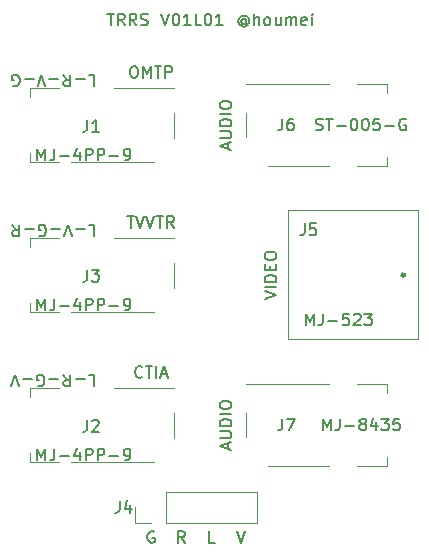
<source format=gto>
G04 #@! TF.GenerationSoftware,KiCad,Pcbnew,(5.1.8)-1*
G04 #@! TF.CreationDate,2023-07-01T22:25:39+09:00*
G04 #@! TF.ProjectId,TRRS,54525253-2e6b-4696-9361-645f70636258,rev?*
G04 #@! TF.SameCoordinates,PX9157080PY791ddc0*
G04 #@! TF.FileFunction,Legend,Top*
G04 #@! TF.FilePolarity,Positive*
%FSLAX46Y46*%
G04 Gerber Fmt 4.6, Leading zero omitted, Abs format (unit mm)*
G04 Created by KiCad (PCBNEW (5.1.8)-1) date 2023-07-01 22:25:39*
%MOMM*%
%LPD*%
G01*
G04 APERTURE LIST*
%ADD10C,0.150000*%
%ADD11C,0.120000*%
%ADD12C,0.300000*%
G04 APERTURE END LIST*
D10*
X19986666Y1817620D02*
X20320000Y817620D01*
X20653333Y1817620D01*
X18089523Y817620D02*
X17613333Y817620D01*
X17613333Y1817620D01*
X15549523Y817620D02*
X15216190Y1293810D01*
X14978095Y817620D02*
X14978095Y1817620D01*
X15359047Y1817620D01*
X15454285Y1770000D01*
X15501904Y1722381D01*
X15549523Y1627143D01*
X15549523Y1484286D01*
X15501904Y1389048D01*
X15454285Y1341429D01*
X15359047Y1293810D01*
X14978095Y1293810D01*
X12961904Y1770000D02*
X12866666Y1817620D01*
X12723809Y1817620D01*
X12580952Y1770000D01*
X12485714Y1674762D01*
X12438095Y1579524D01*
X12390476Y1389048D01*
X12390476Y1246191D01*
X12438095Y1055715D01*
X12485714Y960477D01*
X12580952Y865239D01*
X12723809Y817620D01*
X12819047Y817620D01*
X12961904Y865239D01*
X13009523Y912858D01*
X13009523Y1246191D01*
X12819047Y1246191D01*
X25813095Y19232620D02*
X25813095Y20232620D01*
X26146428Y19518334D01*
X26479761Y20232620D01*
X26479761Y19232620D01*
X27241666Y20232620D02*
X27241666Y19518334D01*
X27194047Y19375477D01*
X27098809Y19280239D01*
X26955952Y19232620D01*
X26860714Y19232620D01*
X27717857Y19613572D02*
X28479761Y19613572D01*
X29432142Y20232620D02*
X28955952Y20232620D01*
X28908333Y19756429D01*
X28955952Y19804048D01*
X29051190Y19851667D01*
X29289285Y19851667D01*
X29384523Y19804048D01*
X29432142Y19756429D01*
X29479761Y19661191D01*
X29479761Y19423096D01*
X29432142Y19327858D01*
X29384523Y19280239D01*
X29289285Y19232620D01*
X29051190Y19232620D01*
X28955952Y19280239D01*
X28908333Y19327858D01*
X29860714Y20137381D02*
X29908333Y20185000D01*
X30003571Y20232620D01*
X30241666Y20232620D01*
X30336904Y20185000D01*
X30384523Y20137381D01*
X30432142Y20042143D01*
X30432142Y19946905D01*
X30384523Y19804048D01*
X29813095Y19232620D01*
X30432142Y19232620D01*
X30765476Y20232620D02*
X31384523Y20232620D01*
X31051190Y19851667D01*
X31194047Y19851667D01*
X31289285Y19804048D01*
X31336904Y19756429D01*
X31384523Y19661191D01*
X31384523Y19423096D01*
X31336904Y19327858D01*
X31289285Y19280239D01*
X31194047Y19232620D01*
X30908333Y19232620D01*
X30813095Y19280239D01*
X30765476Y19327858D01*
X3080238Y7802620D02*
X3080238Y8802620D01*
X3413571Y8088334D01*
X3746904Y8802620D01*
X3746904Y7802620D01*
X4508809Y8802620D02*
X4508809Y8088334D01*
X4461190Y7945477D01*
X4365952Y7850239D01*
X4223095Y7802620D01*
X4127857Y7802620D01*
X4985000Y8183572D02*
X5746904Y8183572D01*
X6651666Y8469286D02*
X6651666Y7802620D01*
X6413571Y8850239D02*
X6175476Y8135953D01*
X6794523Y8135953D01*
X7175476Y7802620D02*
X7175476Y8802620D01*
X7556428Y8802620D01*
X7651666Y8755000D01*
X7699285Y8707381D01*
X7746904Y8612143D01*
X7746904Y8469286D01*
X7699285Y8374048D01*
X7651666Y8326429D01*
X7556428Y8278810D01*
X7175476Y8278810D01*
X8175476Y7802620D02*
X8175476Y8802620D01*
X8556428Y8802620D01*
X8651666Y8755000D01*
X8699285Y8707381D01*
X8746904Y8612143D01*
X8746904Y8469286D01*
X8699285Y8374048D01*
X8651666Y8326429D01*
X8556428Y8278810D01*
X8175476Y8278810D01*
X9175476Y8183572D02*
X9937380Y8183572D01*
X10461190Y7802620D02*
X10651666Y7802620D01*
X10746904Y7850239D01*
X10794523Y7897858D01*
X10889761Y8040715D01*
X10937380Y8231191D01*
X10937380Y8612143D01*
X10889761Y8707381D01*
X10842142Y8755000D01*
X10746904Y8802620D01*
X10556428Y8802620D01*
X10461190Y8755000D01*
X10413571Y8707381D01*
X10365952Y8612143D01*
X10365952Y8374048D01*
X10413571Y8278810D01*
X10461190Y8231191D01*
X10556428Y8183572D01*
X10746904Y8183572D01*
X10842142Y8231191D01*
X10889761Y8278810D01*
X10937380Y8374048D01*
X3080238Y20502620D02*
X3080238Y21502620D01*
X3413571Y20788334D01*
X3746904Y21502620D01*
X3746904Y20502620D01*
X4508809Y21502620D02*
X4508809Y20788334D01*
X4461190Y20645477D01*
X4365952Y20550239D01*
X4223095Y20502620D01*
X4127857Y20502620D01*
X4985000Y20883572D02*
X5746904Y20883572D01*
X6651666Y21169286D02*
X6651666Y20502620D01*
X6413571Y21550239D02*
X6175476Y20835953D01*
X6794523Y20835953D01*
X7175476Y20502620D02*
X7175476Y21502620D01*
X7556428Y21502620D01*
X7651666Y21455000D01*
X7699285Y21407381D01*
X7746904Y21312143D01*
X7746904Y21169286D01*
X7699285Y21074048D01*
X7651666Y21026429D01*
X7556428Y20978810D01*
X7175476Y20978810D01*
X8175476Y20502620D02*
X8175476Y21502620D01*
X8556428Y21502620D01*
X8651666Y21455000D01*
X8699285Y21407381D01*
X8746904Y21312143D01*
X8746904Y21169286D01*
X8699285Y21074048D01*
X8651666Y21026429D01*
X8556428Y20978810D01*
X8175476Y20978810D01*
X9175476Y20883572D02*
X9937380Y20883572D01*
X10461190Y20502620D02*
X10651666Y20502620D01*
X10746904Y20550239D01*
X10794523Y20597858D01*
X10889761Y20740715D01*
X10937380Y20931191D01*
X10937380Y21312143D01*
X10889761Y21407381D01*
X10842142Y21455000D01*
X10746904Y21502620D01*
X10556428Y21502620D01*
X10461190Y21455000D01*
X10413571Y21407381D01*
X10365952Y21312143D01*
X10365952Y21074048D01*
X10413571Y20978810D01*
X10461190Y20931191D01*
X10556428Y20883572D01*
X10746904Y20883572D01*
X10842142Y20931191D01*
X10889761Y20978810D01*
X10937380Y21074048D01*
X3080238Y33202620D02*
X3080238Y34202620D01*
X3413571Y33488334D01*
X3746904Y34202620D01*
X3746904Y33202620D01*
X4508809Y34202620D02*
X4508809Y33488334D01*
X4461190Y33345477D01*
X4365952Y33250239D01*
X4223095Y33202620D01*
X4127857Y33202620D01*
X4985000Y33583572D02*
X5746904Y33583572D01*
X6651666Y33869286D02*
X6651666Y33202620D01*
X6413571Y34250239D02*
X6175476Y33535953D01*
X6794523Y33535953D01*
X7175476Y33202620D02*
X7175476Y34202620D01*
X7556428Y34202620D01*
X7651666Y34155000D01*
X7699285Y34107381D01*
X7746904Y34012143D01*
X7746904Y33869286D01*
X7699285Y33774048D01*
X7651666Y33726429D01*
X7556428Y33678810D01*
X7175476Y33678810D01*
X8175476Y33202620D02*
X8175476Y34202620D01*
X8556428Y34202620D01*
X8651666Y34155000D01*
X8699285Y34107381D01*
X8746904Y34012143D01*
X8746904Y33869286D01*
X8699285Y33774048D01*
X8651666Y33726429D01*
X8556428Y33678810D01*
X8175476Y33678810D01*
X9175476Y33583572D02*
X9937380Y33583572D01*
X10461190Y33202620D02*
X10651666Y33202620D01*
X10746904Y33250239D01*
X10794523Y33297858D01*
X10889761Y33440715D01*
X10937380Y33631191D01*
X10937380Y34012143D01*
X10889761Y34107381D01*
X10842142Y34155000D01*
X10746904Y34202620D01*
X10556428Y34202620D01*
X10461190Y34155000D01*
X10413571Y34107381D01*
X10365952Y34012143D01*
X10365952Y33774048D01*
X10413571Y33678810D01*
X10461190Y33631191D01*
X10556428Y33583572D01*
X10746904Y33583572D01*
X10842142Y33631191D01*
X10889761Y33678810D01*
X10937380Y33774048D01*
X19216666Y34171191D02*
X19216666Y34647381D01*
X19502380Y34075953D02*
X18502380Y34409286D01*
X19502380Y34742620D01*
X18502380Y35075953D02*
X19311904Y35075953D01*
X19407142Y35123572D01*
X19454761Y35171191D01*
X19502380Y35266429D01*
X19502380Y35456905D01*
X19454761Y35552143D01*
X19407142Y35599762D01*
X19311904Y35647381D01*
X18502380Y35647381D01*
X19502380Y36123572D02*
X18502380Y36123572D01*
X18502380Y36361667D01*
X18550000Y36504524D01*
X18645238Y36599762D01*
X18740476Y36647381D01*
X18930952Y36695000D01*
X19073809Y36695000D01*
X19264285Y36647381D01*
X19359523Y36599762D01*
X19454761Y36504524D01*
X19502380Y36361667D01*
X19502380Y36123572D01*
X19502380Y37123572D02*
X18502380Y37123572D01*
X18502380Y37790239D02*
X18502380Y37980715D01*
X18550000Y38075953D01*
X18645238Y38171191D01*
X18835714Y38218810D01*
X19169047Y38218810D01*
X19359523Y38171191D01*
X19454761Y38075953D01*
X19502380Y37980715D01*
X19502380Y37790239D01*
X19454761Y37695000D01*
X19359523Y37599762D01*
X19169047Y37552143D01*
X18835714Y37552143D01*
X18645238Y37599762D01*
X18550000Y37695000D01*
X18502380Y37790239D01*
X26646666Y35790239D02*
X26789523Y35742620D01*
X27027619Y35742620D01*
X27122857Y35790239D01*
X27170476Y35837858D01*
X27218095Y35933096D01*
X27218095Y36028334D01*
X27170476Y36123572D01*
X27122857Y36171191D01*
X27027619Y36218810D01*
X26837142Y36266429D01*
X26741904Y36314048D01*
X26694285Y36361667D01*
X26646666Y36456905D01*
X26646666Y36552143D01*
X26694285Y36647381D01*
X26741904Y36695000D01*
X26837142Y36742620D01*
X27075238Y36742620D01*
X27218095Y36695000D01*
X27503809Y36742620D02*
X28075238Y36742620D01*
X27789523Y35742620D02*
X27789523Y36742620D01*
X28408571Y36123572D02*
X29170476Y36123572D01*
X29837142Y36742620D02*
X29932380Y36742620D01*
X30027619Y36695000D01*
X30075238Y36647381D01*
X30122857Y36552143D01*
X30170476Y36361667D01*
X30170476Y36123572D01*
X30122857Y35933096D01*
X30075238Y35837858D01*
X30027619Y35790239D01*
X29932380Y35742620D01*
X29837142Y35742620D01*
X29741904Y35790239D01*
X29694285Y35837858D01*
X29646666Y35933096D01*
X29599047Y36123572D01*
X29599047Y36361667D01*
X29646666Y36552143D01*
X29694285Y36647381D01*
X29741904Y36695000D01*
X29837142Y36742620D01*
X30789523Y36742620D02*
X30884761Y36742620D01*
X30980000Y36695000D01*
X31027619Y36647381D01*
X31075238Y36552143D01*
X31122857Y36361667D01*
X31122857Y36123572D01*
X31075238Y35933096D01*
X31027619Y35837858D01*
X30980000Y35790239D01*
X30884761Y35742620D01*
X30789523Y35742620D01*
X30694285Y35790239D01*
X30646666Y35837858D01*
X30599047Y35933096D01*
X30551428Y36123572D01*
X30551428Y36361667D01*
X30599047Y36552143D01*
X30646666Y36647381D01*
X30694285Y36695000D01*
X30789523Y36742620D01*
X32027619Y36742620D02*
X31551428Y36742620D01*
X31503809Y36266429D01*
X31551428Y36314048D01*
X31646666Y36361667D01*
X31884761Y36361667D01*
X31980000Y36314048D01*
X32027619Y36266429D01*
X32075238Y36171191D01*
X32075238Y35933096D01*
X32027619Y35837858D01*
X31980000Y35790239D01*
X31884761Y35742620D01*
X31646666Y35742620D01*
X31551428Y35790239D01*
X31503809Y35837858D01*
X32503809Y36123572D02*
X33265714Y36123572D01*
X34265714Y36695000D02*
X34170476Y36742620D01*
X34027619Y36742620D01*
X33884761Y36695000D01*
X33789523Y36599762D01*
X33741904Y36504524D01*
X33694285Y36314048D01*
X33694285Y36171191D01*
X33741904Y35980715D01*
X33789523Y35885477D01*
X33884761Y35790239D01*
X34027619Y35742620D01*
X34122857Y35742620D01*
X34265714Y35790239D01*
X34313333Y35837858D01*
X34313333Y36171191D01*
X34122857Y36171191D01*
X27241904Y10342620D02*
X27241904Y11342620D01*
X27575238Y10628334D01*
X27908571Y11342620D01*
X27908571Y10342620D01*
X28670476Y11342620D02*
X28670476Y10628334D01*
X28622857Y10485477D01*
X28527619Y10390239D01*
X28384761Y10342620D01*
X28289523Y10342620D01*
X29146666Y10723572D02*
X29908571Y10723572D01*
X30527619Y10914048D02*
X30432380Y10961667D01*
X30384761Y11009286D01*
X30337142Y11104524D01*
X30337142Y11152143D01*
X30384761Y11247381D01*
X30432380Y11295000D01*
X30527619Y11342620D01*
X30718095Y11342620D01*
X30813333Y11295000D01*
X30860952Y11247381D01*
X30908571Y11152143D01*
X30908571Y11104524D01*
X30860952Y11009286D01*
X30813333Y10961667D01*
X30718095Y10914048D01*
X30527619Y10914048D01*
X30432380Y10866429D01*
X30384761Y10818810D01*
X30337142Y10723572D01*
X30337142Y10533096D01*
X30384761Y10437858D01*
X30432380Y10390239D01*
X30527619Y10342620D01*
X30718095Y10342620D01*
X30813333Y10390239D01*
X30860952Y10437858D01*
X30908571Y10533096D01*
X30908571Y10723572D01*
X30860952Y10818810D01*
X30813333Y10866429D01*
X30718095Y10914048D01*
X31765714Y11009286D02*
X31765714Y10342620D01*
X31527619Y11390239D02*
X31289523Y10675953D01*
X31908571Y10675953D01*
X32194285Y11342620D02*
X32813333Y11342620D01*
X32480000Y10961667D01*
X32622857Y10961667D01*
X32718095Y10914048D01*
X32765714Y10866429D01*
X32813333Y10771191D01*
X32813333Y10533096D01*
X32765714Y10437858D01*
X32718095Y10390239D01*
X32622857Y10342620D01*
X32337142Y10342620D01*
X32241904Y10390239D01*
X32194285Y10437858D01*
X33718095Y11342620D02*
X33241904Y11342620D01*
X33194285Y10866429D01*
X33241904Y10914048D01*
X33337142Y10961667D01*
X33575238Y10961667D01*
X33670476Y10914048D01*
X33718095Y10866429D01*
X33765714Y10771191D01*
X33765714Y10533096D01*
X33718095Y10437858D01*
X33670476Y10390239D01*
X33575238Y10342620D01*
X33337142Y10342620D01*
X33241904Y10390239D01*
X33194285Y10437858D01*
X19216666Y8771191D02*
X19216666Y9247381D01*
X19502380Y8675953D02*
X18502380Y9009286D01*
X19502380Y9342620D01*
X18502380Y9675953D02*
X19311904Y9675953D01*
X19407142Y9723572D01*
X19454761Y9771191D01*
X19502380Y9866429D01*
X19502380Y10056905D01*
X19454761Y10152143D01*
X19407142Y10199762D01*
X19311904Y10247381D01*
X18502380Y10247381D01*
X19502380Y10723572D02*
X18502380Y10723572D01*
X18502380Y10961667D01*
X18550000Y11104524D01*
X18645238Y11199762D01*
X18740476Y11247381D01*
X18930952Y11295000D01*
X19073809Y11295000D01*
X19264285Y11247381D01*
X19359523Y11199762D01*
X19454761Y11104524D01*
X19502380Y10961667D01*
X19502380Y10723572D01*
X19502380Y11723572D02*
X18502380Y11723572D01*
X18502380Y12390239D02*
X18502380Y12580715D01*
X18550000Y12675953D01*
X18645238Y12771191D01*
X18835714Y12818810D01*
X19169047Y12818810D01*
X19359523Y12771191D01*
X19454761Y12675953D01*
X19502380Y12580715D01*
X19502380Y12390239D01*
X19454761Y12295000D01*
X19359523Y12199762D01*
X19169047Y12152143D01*
X18835714Y12152143D01*
X18645238Y12199762D01*
X18550000Y12295000D01*
X18502380Y12390239D01*
X7421190Y27757381D02*
X7897380Y27757381D01*
X7897380Y26757381D01*
X7087857Y27376429D02*
X6325952Y27376429D01*
X5992619Y26757381D02*
X5659285Y27757381D01*
X5325952Y26757381D01*
X4992619Y27376429D02*
X4230714Y27376429D01*
X3230714Y26805000D02*
X3325952Y26757381D01*
X3468809Y26757381D01*
X3611666Y26805000D01*
X3706904Y26900239D01*
X3754523Y26995477D01*
X3802142Y27185953D01*
X3802142Y27328810D01*
X3754523Y27519286D01*
X3706904Y27614524D01*
X3611666Y27709762D01*
X3468809Y27757381D01*
X3373571Y27757381D01*
X3230714Y27709762D01*
X3183095Y27662143D01*
X3183095Y27328810D01*
X3373571Y27328810D01*
X2754523Y27376429D02*
X1992619Y27376429D01*
X945000Y27757381D02*
X1278333Y27281191D01*
X1516428Y27757381D02*
X1516428Y26757381D01*
X1135476Y26757381D01*
X1040238Y26805000D01*
X992619Y26852620D01*
X945000Y26947858D01*
X945000Y27090715D01*
X992619Y27185953D01*
X1040238Y27233572D01*
X1135476Y27281191D01*
X1516428Y27281191D01*
X7421190Y15057381D02*
X7897380Y15057381D01*
X7897380Y14057381D01*
X7087857Y14676429D02*
X6325952Y14676429D01*
X5278333Y15057381D02*
X5611666Y14581191D01*
X5849761Y15057381D02*
X5849761Y14057381D01*
X5468809Y14057381D01*
X5373571Y14105000D01*
X5325952Y14152620D01*
X5278333Y14247858D01*
X5278333Y14390715D01*
X5325952Y14485953D01*
X5373571Y14533572D01*
X5468809Y14581191D01*
X5849761Y14581191D01*
X4849761Y14676429D02*
X4087857Y14676429D01*
X3087857Y14105000D02*
X3183095Y14057381D01*
X3325952Y14057381D01*
X3468809Y14105000D01*
X3564047Y14200239D01*
X3611666Y14295477D01*
X3659285Y14485953D01*
X3659285Y14628810D01*
X3611666Y14819286D01*
X3564047Y14914524D01*
X3468809Y15009762D01*
X3325952Y15057381D01*
X3230714Y15057381D01*
X3087857Y15009762D01*
X3040238Y14962143D01*
X3040238Y14628810D01*
X3230714Y14628810D01*
X2611666Y14676429D02*
X1849761Y14676429D01*
X1516428Y14057381D02*
X1183095Y15057381D01*
X849761Y14057381D01*
X7421190Y40457381D02*
X7897380Y40457381D01*
X7897380Y39457381D01*
X7087857Y40076429D02*
X6325952Y40076429D01*
X5278333Y40457381D02*
X5611666Y39981191D01*
X5849761Y40457381D02*
X5849761Y39457381D01*
X5468809Y39457381D01*
X5373571Y39505000D01*
X5325952Y39552620D01*
X5278333Y39647858D01*
X5278333Y39790715D01*
X5325952Y39885953D01*
X5373571Y39933572D01*
X5468809Y39981191D01*
X5849761Y39981191D01*
X4849761Y40076429D02*
X4087857Y40076429D01*
X3754523Y39457381D02*
X3421190Y40457381D01*
X3087857Y39457381D01*
X2754523Y40076429D02*
X1992619Y40076429D01*
X992619Y39505000D02*
X1087857Y39457381D01*
X1230714Y39457381D01*
X1373571Y39505000D01*
X1468809Y39600239D01*
X1516428Y39695477D01*
X1564047Y39885953D01*
X1564047Y40028810D01*
X1516428Y40219286D01*
X1468809Y40314524D01*
X1373571Y40409762D01*
X1230714Y40457381D01*
X1135476Y40457381D01*
X992619Y40409762D01*
X945000Y40362143D01*
X945000Y40028810D01*
X1135476Y40028810D01*
X10676190Y28487620D02*
X11247619Y28487620D01*
X10961904Y27487620D02*
X10961904Y28487620D01*
X11438095Y28487620D02*
X11771428Y27487620D01*
X12104761Y28487620D01*
X12295238Y28487620D02*
X12628571Y27487620D01*
X12961904Y28487620D01*
X13152380Y28487620D02*
X13723809Y28487620D01*
X13438095Y27487620D02*
X13438095Y28487620D01*
X14628571Y27487620D02*
X14295238Y27963810D01*
X14057142Y27487620D02*
X14057142Y28487620D01*
X14438095Y28487620D01*
X14533333Y28440000D01*
X14580952Y28392381D01*
X14628571Y28297143D01*
X14628571Y28154286D01*
X14580952Y28059048D01*
X14533333Y28011429D01*
X14438095Y27963810D01*
X14057142Y27963810D01*
X11961904Y14882858D02*
X11914285Y14835239D01*
X11771428Y14787620D01*
X11676190Y14787620D01*
X11533333Y14835239D01*
X11438095Y14930477D01*
X11390476Y15025715D01*
X11342857Y15216191D01*
X11342857Y15359048D01*
X11390476Y15549524D01*
X11438095Y15644762D01*
X11533333Y15740000D01*
X11676190Y15787620D01*
X11771428Y15787620D01*
X11914285Y15740000D01*
X11961904Y15692381D01*
X12247619Y15787620D02*
X12819047Y15787620D01*
X12533333Y14787620D02*
X12533333Y15787620D01*
X13152380Y14787620D02*
X13152380Y15787620D01*
X13580952Y15073334D02*
X14057142Y15073334D01*
X13485714Y14787620D02*
X13819047Y15787620D01*
X14152380Y14787620D01*
X11152380Y41187620D02*
X11342857Y41187620D01*
X11438095Y41140000D01*
X11533333Y41044762D01*
X11580952Y40854286D01*
X11580952Y40520953D01*
X11533333Y40330477D01*
X11438095Y40235239D01*
X11342857Y40187620D01*
X11152380Y40187620D01*
X11057142Y40235239D01*
X10961904Y40330477D01*
X10914285Y40520953D01*
X10914285Y40854286D01*
X10961904Y41044762D01*
X11057142Y41140000D01*
X11152380Y41187620D01*
X12009523Y40187620D02*
X12009523Y41187620D01*
X12342857Y40473334D01*
X12676190Y41187620D01*
X12676190Y40187620D01*
X13009523Y41187620D02*
X13580952Y41187620D01*
X13295238Y40187620D02*
X13295238Y41187620D01*
X13914285Y40187620D02*
X13914285Y41187620D01*
X14295238Y41187620D01*
X14390476Y41140000D01*
X14438095Y41092381D01*
X14485714Y40997143D01*
X14485714Y40854286D01*
X14438095Y40759048D01*
X14390476Y40711429D01*
X14295238Y40663810D01*
X13914285Y40663810D01*
X22312380Y21447381D02*
X23312380Y21780715D01*
X22312380Y22114048D01*
X23312380Y22447381D02*
X22312380Y22447381D01*
X23312380Y22923572D02*
X22312380Y22923572D01*
X22312380Y23161667D01*
X22360000Y23304524D01*
X22455238Y23399762D01*
X22550476Y23447381D01*
X22740952Y23495000D01*
X22883809Y23495000D01*
X23074285Y23447381D01*
X23169523Y23399762D01*
X23264761Y23304524D01*
X23312380Y23161667D01*
X23312380Y22923572D01*
X22788571Y23923572D02*
X22788571Y24256905D01*
X23312380Y24399762D02*
X23312380Y23923572D01*
X22312380Y23923572D01*
X22312380Y24399762D01*
X22312380Y25018810D02*
X22312380Y25209286D01*
X22360000Y25304524D01*
X22455238Y25399762D01*
X22645714Y25447381D01*
X22979047Y25447381D01*
X23169523Y25399762D01*
X23264761Y25304524D01*
X23312380Y25209286D01*
X23312380Y25018810D01*
X23264761Y24923572D01*
X23169523Y24828334D01*
X22979047Y24780715D01*
X22645714Y24780715D01*
X22455238Y24828334D01*
X22360000Y24923572D01*
X22312380Y25018810D01*
X20762976Y45108810D02*
X20715357Y45156429D01*
X20620119Y45204048D01*
X20524880Y45204048D01*
X20429642Y45156429D01*
X20382023Y45108810D01*
X20334404Y45013572D01*
X20334404Y44918334D01*
X20382023Y44823096D01*
X20429642Y44775477D01*
X20524880Y44727858D01*
X20620119Y44727858D01*
X20715357Y44775477D01*
X20762976Y44823096D01*
X20762976Y45204048D02*
X20762976Y44823096D01*
X20810595Y44775477D01*
X20858214Y44775477D01*
X20953452Y44823096D01*
X21001071Y44918334D01*
X21001071Y45156429D01*
X20905833Y45299286D01*
X20762976Y45394524D01*
X20572500Y45442143D01*
X20382023Y45394524D01*
X20239166Y45299286D01*
X20143928Y45156429D01*
X20096309Y44965953D01*
X20143928Y44775477D01*
X20239166Y44632620D01*
X20382023Y44537381D01*
X20572500Y44489762D01*
X20762976Y44537381D01*
X20905833Y44632620D01*
X21429642Y44632620D02*
X21429642Y45632620D01*
X21858214Y44632620D02*
X21858214Y45156429D01*
X21810595Y45251667D01*
X21715357Y45299286D01*
X21572500Y45299286D01*
X21477261Y45251667D01*
X21429642Y45204048D01*
X22477261Y44632620D02*
X22382023Y44680239D01*
X22334404Y44727858D01*
X22286785Y44823096D01*
X22286785Y45108810D01*
X22334404Y45204048D01*
X22382023Y45251667D01*
X22477261Y45299286D01*
X22620119Y45299286D01*
X22715357Y45251667D01*
X22762976Y45204048D01*
X22810595Y45108810D01*
X22810595Y44823096D01*
X22762976Y44727858D01*
X22715357Y44680239D01*
X22620119Y44632620D01*
X22477261Y44632620D01*
X23667738Y45299286D02*
X23667738Y44632620D01*
X23239166Y45299286D02*
X23239166Y44775477D01*
X23286785Y44680239D01*
X23382023Y44632620D01*
X23524880Y44632620D01*
X23620119Y44680239D01*
X23667738Y44727858D01*
X24143928Y44632620D02*
X24143928Y45299286D01*
X24143928Y45204048D02*
X24191547Y45251667D01*
X24286785Y45299286D01*
X24429642Y45299286D01*
X24524880Y45251667D01*
X24572500Y45156429D01*
X24572500Y44632620D01*
X24572500Y45156429D02*
X24620119Y45251667D01*
X24715357Y45299286D01*
X24858214Y45299286D01*
X24953452Y45251667D01*
X25001071Y45156429D01*
X25001071Y44632620D01*
X25858214Y44680239D02*
X25762976Y44632620D01*
X25572500Y44632620D01*
X25477261Y44680239D01*
X25429642Y44775477D01*
X25429642Y45156429D01*
X25477261Y45251667D01*
X25572500Y45299286D01*
X25762976Y45299286D01*
X25858214Y45251667D01*
X25905833Y45156429D01*
X25905833Y45061191D01*
X25429642Y44965953D01*
X26334404Y44632620D02*
X26334404Y45299286D01*
X26334404Y45632620D02*
X26286785Y45585000D01*
X26334404Y45537381D01*
X26382023Y45585000D01*
X26334404Y45632620D01*
X26334404Y45537381D01*
X13571547Y45632620D02*
X13904880Y44632620D01*
X14238214Y45632620D01*
X14762023Y45632620D02*
X14857261Y45632620D01*
X14952500Y45585000D01*
X15000119Y45537381D01*
X15047738Y45442143D01*
X15095357Y45251667D01*
X15095357Y45013572D01*
X15047738Y44823096D01*
X15000119Y44727858D01*
X14952500Y44680239D01*
X14857261Y44632620D01*
X14762023Y44632620D01*
X14666785Y44680239D01*
X14619166Y44727858D01*
X14571547Y44823096D01*
X14523928Y45013572D01*
X14523928Y45251667D01*
X14571547Y45442143D01*
X14619166Y45537381D01*
X14666785Y45585000D01*
X14762023Y45632620D01*
X16047738Y44632620D02*
X15476309Y44632620D01*
X15762023Y44632620D02*
X15762023Y45632620D01*
X15666785Y45489762D01*
X15571547Y45394524D01*
X15476309Y45346905D01*
X16952500Y44632620D02*
X16476309Y44632620D01*
X16476309Y45632620D01*
X17476309Y45632620D02*
X17571547Y45632620D01*
X17666785Y45585000D01*
X17714404Y45537381D01*
X17762023Y45442143D01*
X17809642Y45251667D01*
X17809642Y45013572D01*
X17762023Y44823096D01*
X17714404Y44727858D01*
X17666785Y44680239D01*
X17571547Y44632620D01*
X17476309Y44632620D01*
X17381071Y44680239D01*
X17333452Y44727858D01*
X17285833Y44823096D01*
X17238214Y45013572D01*
X17238214Y45251667D01*
X17285833Y45442143D01*
X17333452Y45537381D01*
X17381071Y45585000D01*
X17476309Y45632620D01*
X18762023Y44632620D02*
X18190595Y44632620D01*
X18476309Y44632620D02*
X18476309Y45632620D01*
X18381071Y45489762D01*
X18285833Y45394524D01*
X18190595Y45346905D01*
X8983452Y45632620D02*
X9554880Y45632620D01*
X9269166Y44632620D02*
X9269166Y45632620D01*
X10459642Y44632620D02*
X10126309Y45108810D01*
X9888214Y44632620D02*
X9888214Y45632620D01*
X10269166Y45632620D01*
X10364404Y45585000D01*
X10412023Y45537381D01*
X10459642Y45442143D01*
X10459642Y45299286D01*
X10412023Y45204048D01*
X10364404Y45156429D01*
X10269166Y45108810D01*
X9888214Y45108810D01*
X11459642Y44632620D02*
X11126309Y45108810D01*
X10888214Y44632620D02*
X10888214Y45632620D01*
X11269166Y45632620D01*
X11364404Y45585000D01*
X11412023Y45537381D01*
X11459642Y45442143D01*
X11459642Y45299286D01*
X11412023Y45204048D01*
X11364404Y45156429D01*
X11269166Y45108810D01*
X10888214Y45108810D01*
X11840595Y44680239D02*
X11983452Y44632620D01*
X12221547Y44632620D01*
X12316785Y44680239D01*
X12364404Y44727858D01*
X12412023Y44823096D01*
X12412023Y44918334D01*
X12364404Y45013572D01*
X12316785Y45061191D01*
X12221547Y45108810D01*
X12031071Y45156429D01*
X11935833Y45204048D01*
X11888214Y45251667D01*
X11840595Y45346905D01*
X11840595Y45442143D01*
X11888214Y45537381D01*
X11935833Y45585000D01*
X12031071Y45632620D01*
X12269166Y45632620D01*
X12412023Y45585000D01*
D11*
X20740000Y9745000D02*
X20740000Y11845000D01*
X27740000Y14245000D02*
X20740000Y14245000D01*
X27740000Y7345000D02*
X22640000Y7345000D01*
X32640000Y7345000D02*
X30140000Y7345000D01*
X32640000Y8095000D02*
X32640000Y7345000D01*
X32640000Y14245000D02*
X32640000Y13495000D01*
X30140000Y14245000D02*
X32640000Y14245000D01*
X24257000Y18034000D02*
X35306000Y18034000D01*
X24257000Y28956000D02*
X24257000Y18034000D01*
X35306000Y28956000D02*
X24257000Y28956000D01*
X35306000Y18034000D02*
X35306000Y28956000D01*
D12*
X34151000Y23495000D02*
G75*
G03*
X34151000Y23495000I-100000J0D01*
G01*
D11*
X4920000Y33095000D02*
X2420000Y33095000D01*
X2420000Y33095000D02*
X2420000Y33845000D01*
X2420000Y38545000D02*
X2420000Y39295000D01*
X2420000Y39295000D02*
X4920000Y39295000D01*
X9520000Y39295000D02*
X14620000Y39295000D01*
X5920000Y33095000D02*
X12920000Y33095000D01*
X14620000Y37195000D02*
X14620000Y35095000D01*
X21650000Y2480000D02*
X21650000Y5140000D01*
X13970000Y2480000D02*
X21650000Y2480000D01*
X13970000Y5140000D02*
X21650000Y5140000D01*
X13970000Y2480000D02*
X13970000Y5140000D01*
X12700000Y2480000D02*
X11370000Y2480000D01*
X11370000Y2480000D02*
X11370000Y3810000D01*
X4920000Y20395000D02*
X2420000Y20395000D01*
X2420000Y20395000D02*
X2420000Y21145000D01*
X2420000Y25845000D02*
X2420000Y26595000D01*
X2420000Y26595000D02*
X4920000Y26595000D01*
X9520000Y26595000D02*
X14620000Y26595000D01*
X5920000Y20395000D02*
X12920000Y20395000D01*
X14620000Y24495000D02*
X14620000Y22395000D01*
X4920000Y7695000D02*
X2420000Y7695000D01*
X2420000Y7695000D02*
X2420000Y8445000D01*
X2420000Y13145000D02*
X2420000Y13895000D01*
X2420000Y13895000D02*
X4920000Y13895000D01*
X9520000Y13895000D02*
X14620000Y13895000D01*
X5920000Y7695000D02*
X12920000Y7695000D01*
X14620000Y11795000D02*
X14620000Y9695000D01*
X20740000Y35145000D02*
X20740000Y37245000D01*
X27740000Y39645000D02*
X20740000Y39645000D01*
X27740000Y32745000D02*
X22640000Y32745000D01*
X32640000Y32745000D02*
X30140000Y32745000D01*
X32640000Y33495000D02*
X32640000Y32745000D01*
X32640000Y39645000D02*
X32640000Y38895000D01*
X30140000Y39645000D02*
X32640000Y39645000D01*
D10*
X23796666Y11342620D02*
X23796666Y10628334D01*
X23749047Y10485477D01*
X23653809Y10390239D01*
X23510952Y10342620D01*
X23415714Y10342620D01*
X24177619Y11342620D02*
X24844285Y11342620D01*
X24415714Y10342620D01*
X25699435Y27856285D02*
X25699435Y27137218D01*
X25651497Y26993405D01*
X25555622Y26897530D01*
X25411809Y26849592D01*
X25315933Y26849592D01*
X26658190Y27856285D02*
X26178813Y27856285D01*
X26130875Y27376907D01*
X26178813Y27424845D01*
X26274688Y27472783D01*
X26514377Y27472783D01*
X26610253Y27424845D01*
X26658190Y27376907D01*
X26706128Y27281032D01*
X26706128Y27041343D01*
X26658190Y26945467D01*
X26610253Y26897530D01*
X26514377Y26849592D01*
X26274688Y26849592D01*
X26178813Y26897530D01*
X26130875Y26945467D01*
X7286666Y36642620D02*
X7286666Y35928334D01*
X7239047Y35785477D01*
X7143809Y35690239D01*
X7000952Y35642620D01*
X6905714Y35642620D01*
X8286666Y35642620D02*
X7715238Y35642620D01*
X8000952Y35642620D02*
X8000952Y36642620D01*
X7905714Y36499762D01*
X7810476Y36404524D01*
X7715238Y36356905D01*
X10036666Y4357620D02*
X10036666Y3643334D01*
X9989047Y3500477D01*
X9893809Y3405239D01*
X9750952Y3357620D01*
X9655714Y3357620D01*
X10941428Y4024286D02*
X10941428Y3357620D01*
X10703333Y4405239D02*
X10465238Y3690953D01*
X11084285Y3690953D01*
X7286666Y23942620D02*
X7286666Y23228334D01*
X7239047Y23085477D01*
X7143809Y22990239D01*
X7000952Y22942620D01*
X6905714Y22942620D01*
X7667619Y23942620D02*
X8286666Y23942620D01*
X7953333Y23561667D01*
X8096190Y23561667D01*
X8191428Y23514048D01*
X8239047Y23466429D01*
X8286666Y23371191D01*
X8286666Y23133096D01*
X8239047Y23037858D01*
X8191428Y22990239D01*
X8096190Y22942620D01*
X7810476Y22942620D01*
X7715238Y22990239D01*
X7667619Y23037858D01*
X7286666Y11242620D02*
X7286666Y10528334D01*
X7239047Y10385477D01*
X7143809Y10290239D01*
X7000952Y10242620D01*
X6905714Y10242620D01*
X7715238Y11147381D02*
X7762857Y11195000D01*
X7858095Y11242620D01*
X8096190Y11242620D01*
X8191428Y11195000D01*
X8239047Y11147381D01*
X8286666Y11052143D01*
X8286666Y10956905D01*
X8239047Y10814048D01*
X7667619Y10242620D01*
X8286666Y10242620D01*
X23796666Y36742620D02*
X23796666Y36028334D01*
X23749047Y35885477D01*
X23653809Y35790239D01*
X23510952Y35742620D01*
X23415714Y35742620D01*
X24701428Y36742620D02*
X24510952Y36742620D01*
X24415714Y36695000D01*
X24368095Y36647381D01*
X24272857Y36504524D01*
X24225238Y36314048D01*
X24225238Y35933096D01*
X24272857Y35837858D01*
X24320476Y35790239D01*
X24415714Y35742620D01*
X24606190Y35742620D01*
X24701428Y35790239D01*
X24749047Y35837858D01*
X24796666Y35933096D01*
X24796666Y36171191D01*
X24749047Y36266429D01*
X24701428Y36314048D01*
X24606190Y36361667D01*
X24415714Y36361667D01*
X24320476Y36314048D01*
X24272857Y36266429D01*
X24225238Y36171191D01*
M02*

</source>
